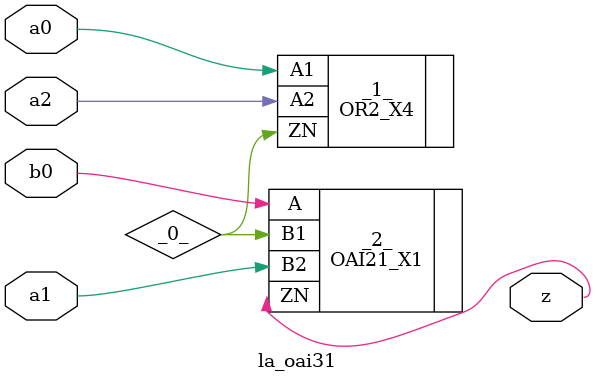
<source format=v>
/* Generated by Yosys 0.37 (git sha1 a5c7f69ed, clang 14.0.0-1ubuntu1.1 -fPIC -Os) */

module la_oai31(a0, a1, a2, b0, z);
  wire _0_;
  input a0;
  wire a0;
  input a1;
  wire a1;
  input a2;
  wire a2;
  input b0;
  wire b0;
  output z;
  wire z;
  OR2_X4 _1_ (
    .A1(a0),
    .A2(a2),
    .ZN(_0_)
  );
  OAI21_X1 _2_ (
    .A(b0),
    .B1(_0_),
    .B2(a1),
    .ZN(z)
  );
endmodule

</source>
